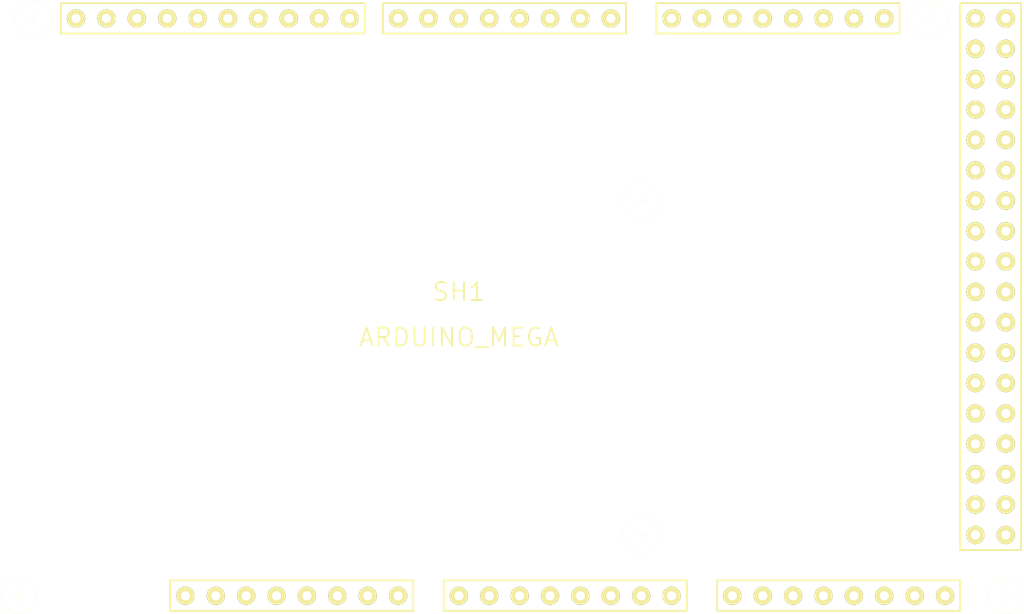
<source format=kicad_pcb>
(kicad_pcb (version 4) (host pcbnew 4.0.7-e2-6376~58~ubuntu16.04.1)

  (general
    (links 0)
    (no_connects 0)
    (area 116.380999 77.010999 202.389001 128.729001)
    (thickness 1.6)
    (drawings 0)
    (tracks 0)
    (zones 0)
    (modules 1)
    (nets 86)
  )

  (page A4)
  (layers
    (0 F.Cu signal)
    (31 B.Cu signal)
    (32 B.Adhes user)
    (33 F.Adhes user)
    (34 B.Paste user)
    (35 F.Paste user)
    (36 B.SilkS user)
    (37 F.SilkS user)
    (38 B.Mask user)
    (39 F.Mask user)
    (40 Dwgs.User user)
    (41 Cmts.User user)
    (42 Eco1.User user)
    (43 Eco2.User user)
    (44 Edge.Cuts user)
    (45 Margin user)
    (46 B.CrtYd user)
    (47 F.CrtYd user)
    (48 B.Fab user)
    (49 F.Fab user)
  )

  (setup
    (last_trace_width 0.25)
    (trace_clearance 0.2)
    (zone_clearance 0.508)
    (zone_45_only no)
    (trace_min 0.2)
    (segment_width 0.2)
    (edge_width 0.15)
    (via_size 0.6)
    (via_drill 0.4)
    (via_min_size 0.4)
    (via_min_drill 0.3)
    (uvia_size 0.3)
    (uvia_drill 0.1)
    (uvias_allowed no)
    (uvia_min_size 0.2)
    (uvia_min_drill 0.1)
    (pcb_text_width 0.3)
    (pcb_text_size 1.5 1.5)
    (mod_edge_width 0.15)
    (mod_text_size 1 1)
    (mod_text_width 0.15)
    (pad_size 1.524 1.524)
    (pad_drill 0.762)
    (pad_to_mask_clearance 0.2)
    (aux_axis_origin 0 0)
    (visible_elements FFFFFF7F)
    (pcbplotparams
      (layerselection 0x00030_80000001)
      (usegerberextensions false)
      (excludeedgelayer true)
      (linewidth 0.100000)
      (plotframeref false)
      (viasonmask false)
      (mode 1)
      (useauxorigin false)
      (hpglpennumber 1)
      (hpglpenspeed 20)
      (hpglpendiameter 15)
      (hpglpenoverlay 2)
      (psnegative false)
      (psa4output false)
      (plotreference true)
      (plotvalue true)
      (plotinvisibletext false)
      (padsonsilk false)
      (subtractmaskfromsilk false)
      (outputformat 1)
      (mirror false)
      (drillshape 1)
      (scaleselection 1)
      (outputdirectory ""))
  )

  (net 0 "")
  (net 1 "Net-(SH1-PadNC)")
  (net 2 "Net-(SH1-PadIREF)")
  (net 3 "Net-(SH1-PadRST)")
  (net 4 "Net-(SH1-Pad3V3)")
  (net 5 "Net-(SH1-Pad5V/1)")
  (net 6 "Net-(SH1-PadGND1)")
  (net 7 "Net-(SH1-PadGND2)")
  (net 8 "Net-(SH1-PadVIN)")
  (net 9 "Net-(SH1-PadA0)")
  (net 10 "Net-(SH1-PadA1)")
  (net 11 "Net-(SH1-PadA2)")
  (net 12 "Net-(SH1-PadA3)")
  (net 13 "Net-(SH1-PadA4)")
  (net 14 "Net-(SH1-PadA5)")
  (net 15 "Net-(SH1-PadA6)")
  (net 16 "Net-(SH1-PadA7)")
  (net 17 "Net-(SH1-PadA8)")
  (net 18 "Net-(SH1-PadA9)")
  (net 19 "Net-(SH1-PadA10)")
  (net 20 "Net-(SH1-PadA11)")
  (net 21 "Net-(SH1-PadA12)")
  (net 22 "Net-(SH1-PadA13)")
  (net 23 "Net-(SH1-PadA14)")
  (net 24 "Net-(SH1-PadA15)")
  (net 25 "Net-(SH1-PadGND4)")
  (net 26 "Net-(SH1-Pad50)")
  (net 27 "Net-(SH1-Pad51)")
  (net 28 "Net-(SH1-Pad52)")
  (net 29 "Net-(SH1-Pad53)")
  (net 30 "Net-(SH1-Pad22)")
  (net 31 "Net-(SH1-Pad23)")
  (net 32 "Net-(SH1-Pad24)")
  (net 33 "Net-(SH1-Pad25)")
  (net 34 "Net-(SH1-Pad26)")
  (net 35 "Net-(SH1-Pad27)")
  (net 36 "Net-(SH1-Pad28)")
  (net 37 "Net-(SH1-Pad29)")
  (net 38 "Net-(SH1-Pad30)")
  (net 39 "Net-(SH1-Pad31)")
  (net 40 "Net-(SH1-Pad32)")
  (net 41 "Net-(SH1-Pad33)")
  (net 42 "Net-(SH1-Pad34)")
  (net 43 "Net-(SH1-Pad35)")
  (net 44 "Net-(SH1-Pad36)")
  (net 45 "Net-(SH1-Pad37)")
  (net 46 "Net-(SH1-Pad38)")
  (net 47 "Net-(SH1-Pad39)")
  (net 48 "Net-(SH1-Pad40)")
  (net 49 "Net-(SH1-Pad41)")
  (net 50 "Net-(SH1-Pad42)")
  (net 51 "Net-(SH1-Pad43)")
  (net 52 "Net-(SH1-Pad44)")
  (net 53 "Net-(SH1-Pad45)")
  (net 54 "Net-(SH1-Pad46)")
  (net 55 "Net-(SH1-Pad47)")
  (net 56 "Net-(SH1-Pad48)")
  (net 57 "Net-(SH1-Pad49)")
  (net 58 "Net-(SH1-Pad5V/2)")
  (net 59 "Net-(SH1-Pad5V/3)")
  (net 60 "Net-(SH1-Pad21/1)")
  (net 61 "Net-(SH1-Pad14)")
  (net 62 "Net-(SH1-Pad15)")
  (net 63 "Net-(SH1-Pad16)")
  (net 64 "Net-(SH1-Pad17)")
  (net 65 "Net-(SH1-Pad18)")
  (net 66 "Net-(SH1-Pad19)")
  (net 67 "Net-(SH1-Pad20/1)")
  (net 68 "Net-(SH1-Pad0)")
  (net 69 "Net-(SH1-Pad1)")
  (net 70 "Net-(SH1-Pad2)")
  (net 71 "Net-(SH1-Pad3)")
  (net 72 "Net-(SH1-Pad4)")
  (net 73 "Net-(SH1-Pad5)")
  (net 74 "Net-(SH1-Pad6)")
  (net 75 "Net-(SH1-Pad7)")
  (net 76 "Net-(SH1-Pad8)")
  (net 77 "Net-(SH1-Pad9)")
  (net 78 "Net-(SH1-Pad10)")
  (net 79 "Net-(SH1-Pad11)")
  (net 80 "Net-(SH1-Pad12)")
  (net 81 "Net-(SH1-Pad13)")
  (net 82 "Net-(SH1-PadGND3)")
  (net 83 "Net-(SH1-PadAREF)")
  (net 84 "Net-(SH1-Pad20/2)")
  (net 85 "Net-(SH1-Pad21/2)")

  (net_class Default "Это класс цепей по умолчанию."
    (clearance 0.2)
    (trace_width 0.25)
    (via_dia 0.6)
    (via_drill 0.4)
    (uvia_dia 0.3)
    (uvia_drill 0.1)
    (add_net "Net-(SH1-Pad0)")
    (add_net "Net-(SH1-Pad1)")
    (add_net "Net-(SH1-Pad10)")
    (add_net "Net-(SH1-Pad11)")
    (add_net "Net-(SH1-Pad12)")
    (add_net "Net-(SH1-Pad13)")
    (add_net "Net-(SH1-Pad14)")
    (add_net "Net-(SH1-Pad15)")
    (add_net "Net-(SH1-Pad16)")
    (add_net "Net-(SH1-Pad17)")
    (add_net "Net-(SH1-Pad18)")
    (add_net "Net-(SH1-Pad19)")
    (add_net "Net-(SH1-Pad2)")
    (add_net "Net-(SH1-Pad20/1)")
    (add_net "Net-(SH1-Pad20/2)")
    (add_net "Net-(SH1-Pad21/1)")
    (add_net "Net-(SH1-Pad21/2)")
    (add_net "Net-(SH1-Pad22)")
    (add_net "Net-(SH1-Pad23)")
    (add_net "Net-(SH1-Pad24)")
    (add_net "Net-(SH1-Pad25)")
    (add_net "Net-(SH1-Pad26)")
    (add_net "Net-(SH1-Pad27)")
    (add_net "Net-(SH1-Pad28)")
    (add_net "Net-(SH1-Pad29)")
    (add_net "Net-(SH1-Pad3)")
    (add_net "Net-(SH1-Pad30)")
    (add_net "Net-(SH1-Pad31)")
    (add_net "Net-(SH1-Pad32)")
    (add_net "Net-(SH1-Pad33)")
    (add_net "Net-(SH1-Pad34)")
    (add_net "Net-(SH1-Pad35)")
    (add_net "Net-(SH1-Pad36)")
    (add_net "Net-(SH1-Pad37)")
    (add_net "Net-(SH1-Pad38)")
    (add_net "Net-(SH1-Pad39)")
    (add_net "Net-(SH1-Pad3V3)")
    (add_net "Net-(SH1-Pad4)")
    (add_net "Net-(SH1-Pad40)")
    (add_net "Net-(SH1-Pad41)")
    (add_net "Net-(SH1-Pad42)")
    (add_net "Net-(SH1-Pad43)")
    (add_net "Net-(SH1-Pad44)")
    (add_net "Net-(SH1-Pad45)")
    (add_net "Net-(SH1-Pad46)")
    (add_net "Net-(SH1-Pad47)")
    (add_net "Net-(SH1-Pad48)")
    (add_net "Net-(SH1-Pad49)")
    (add_net "Net-(SH1-Pad5)")
    (add_net "Net-(SH1-Pad50)")
    (add_net "Net-(SH1-Pad51)")
    (add_net "Net-(SH1-Pad52)")
    (add_net "Net-(SH1-Pad53)")
    (add_net "Net-(SH1-Pad5V/1)")
    (add_net "Net-(SH1-Pad5V/2)")
    (add_net "Net-(SH1-Pad5V/3)")
    (add_net "Net-(SH1-Pad6)")
    (add_net "Net-(SH1-Pad7)")
    (add_net "Net-(SH1-Pad8)")
    (add_net "Net-(SH1-Pad9)")
    (add_net "Net-(SH1-PadA0)")
    (add_net "Net-(SH1-PadA1)")
    (add_net "Net-(SH1-PadA10)")
    (add_net "Net-(SH1-PadA11)")
    (add_net "Net-(SH1-PadA12)")
    (add_net "Net-(SH1-PadA13)")
    (add_net "Net-(SH1-PadA14)")
    (add_net "Net-(SH1-PadA15)")
    (add_net "Net-(SH1-PadA2)")
    (add_net "Net-(SH1-PadA3)")
    (add_net "Net-(SH1-PadA4)")
    (add_net "Net-(SH1-PadA5)")
    (add_net "Net-(SH1-PadA6)")
    (add_net "Net-(SH1-PadA7)")
    (add_net "Net-(SH1-PadA8)")
    (add_net "Net-(SH1-PadA9)")
    (add_net "Net-(SH1-PadAREF)")
    (add_net "Net-(SH1-PadGND1)")
    (add_net "Net-(SH1-PadGND2)")
    (add_net "Net-(SH1-PadGND3)")
    (add_net "Net-(SH1-PadGND4)")
    (add_net "Net-(SH1-PadIREF)")
    (add_net "Net-(SH1-PadNC)")
    (add_net "Net-(SH1-PadRST)")
    (add_net "Net-(SH1-PadVIN)")
  )

  (module SHIELD_ARDUINO:ARDUINO_MEGA_2560_R3 (layer F.Cu) (tedit 547AEC22) (tstamp 5A64439F)
    (at 154.94 102.87)
    (path /5A644198)
    (fp_text reference SH1 (at 0 -1.27) (layer F.SilkS)
      (effects (font (size 1.5 1.5) (thickness 0.15)))
    )
    (fp_text value ARDUINO_MEGA (at 0 2.54) (layer F.SilkS)
      (effects (font (size 1.5 1.5) (thickness 0.15)))
    )
    (fp_circle (center -36.83 24.13) (end -35.306 24.13) (layer F.SilkS) (width 0.01))
    (fp_circle (center 15.24 19.05) (end 13.716 19.05) (layer F.SilkS) (width 0.01))
    (fp_circle (center 45.72 24.13) (end 44.196 24.13) (layer F.SilkS) (width 0.01))
    (fp_circle (center 39.37 -24.13) (end 37.846 -24.13) (layer F.SilkS) (width 0.01))
    (fp_circle (center 15.24 -8.89) (end 13.716 -8.89) (layer F.SilkS) (width 0.01))
    (fp_circle (center -35.56 -24.13) (end -34.036 -24.13) (layer F.SilkS) (width 0.01))
    (fp_line (start -7.874 -25.4) (end -7.874 -22.86) (layer F.SilkS) (width 0.15))
    (fp_line (start -7.874 -22.86) (end -33.274 -22.86) (layer F.SilkS) (width 0.15))
    (fp_line (start -33.274 -22.86) (end -33.274 -25.4) (layer F.SilkS) (width 0.15))
    (fp_line (start -33.274 -25.4) (end -7.874 -25.4) (layer F.SilkS) (width 0.15))
    (fp_line (start -36.195 -24.13) (end -34.925 -24.13) (layer F.SilkS) (width 0.01))
    (fp_line (start -35.56 -24.765) (end -35.56 -23.495) (layer F.SilkS) (width 0.01))
    (fp_line (start -37.465 24.13) (end -36.195 24.13) (layer F.SilkS) (width 0.01))
    (fp_line (start -36.83 23.495) (end -36.83 24.765) (layer F.SilkS) (width 0.01))
    (fp_line (start 45.085 24.13) (end 46.355 24.13) (layer F.SilkS) (width 0.01))
    (fp_line (start 45.72 23.495) (end 45.72 24.765) (layer F.SilkS) (width 0.01))
    (fp_line (start 14.605 19.05) (end 15.875 19.05) (layer F.SilkS) (width 0.01))
    (fp_line (start 15.24 18.415) (end 15.24 19.685) (layer F.SilkS) (width 0.01))
    (fp_line (start 14.605 -8.89) (end 15.875 -8.89) (layer F.SilkS) (width 0.01))
    (fp_line (start 15.24 -9.525) (end 15.24 -8.255) (layer F.SilkS) (width 0.01))
    (fp_line (start 38.735 -24.13) (end 40.005 -24.13) (layer F.SilkS) (width 0.01))
    (fp_line (start 39.37 -24.765) (end 39.37 -23.495) (layer F.SilkS) (width 0.01))
    (fp_line (start 13.97 -25.4) (end 13.97 -22.86) (layer F.SilkS) (width 0.15))
    (fp_line (start 13.97 -22.86) (end -6.35 -22.86) (layer F.SilkS) (width 0.15))
    (fp_line (start -6.35 -22.86) (end -6.35 -25.4) (layer F.SilkS) (width 0.15))
    (fp_line (start -6.35 -25.4) (end 13.97 -25.4) (layer F.SilkS) (width 0.15))
    (fp_line (start 36.83 -25.4) (end 36.83 -22.86) (layer F.SilkS) (width 0.15))
    (fp_line (start 36.83 -22.86) (end 16.51 -22.86) (layer F.SilkS) (width 0.15))
    (fp_line (start 16.51 -22.86) (end 16.51 -25.4) (layer F.SilkS) (width 0.15))
    (fp_line (start 16.51 -25.4) (end 36.83 -25.4) (layer F.SilkS) (width 0.15))
    (fp_line (start 41.91 20.32) (end 46.99 20.32) (layer F.SilkS) (width 0.15))
    (fp_line (start 46.99 20.32) (end 46.99 -25.4) (layer F.SilkS) (width 0.15))
    (fp_line (start 46.99 -25.4) (end 41.91 -25.4) (layer F.SilkS) (width 0.15))
    (fp_line (start 41.91 -25.4) (end 41.91 20.32) (layer F.SilkS) (width 0.15))
    (fp_line (start -3.81 22.86) (end -3.81 25.4) (layer F.SilkS) (width 0.15))
    (fp_line (start -3.81 25.4) (end -24.13 25.4) (layer F.SilkS) (width 0.15))
    (fp_line (start -24.13 25.4) (end -24.13 22.86) (layer F.SilkS) (width 0.15))
    (fp_line (start -24.13 22.86) (end -3.81 22.86) (layer F.SilkS) (width 0.15))
    (fp_line (start 19.05 25.4) (end 19.05 22.86) (layer F.SilkS) (width 0.15))
    (fp_line (start 19.05 22.86) (end -1.27 22.86) (layer F.SilkS) (width 0.15))
    (fp_line (start -1.27 22.86) (end -1.27 25.4) (layer F.SilkS) (width 0.15))
    (fp_line (start -1.27 25.4) (end 19.05 25.4) (layer F.SilkS) (width 0.15))
    (fp_line (start 21.59 22.86) (end 41.91 22.86) (layer F.SilkS) (width 0.15))
    (fp_line (start 41.91 22.86) (end 41.91 25.4) (layer F.SilkS) (width 0.15))
    (fp_line (start 41.91 25.4) (end 21.59 25.4) (layer F.SilkS) (width 0.15))
    (fp_line (start 21.59 25.4) (end 21.59 22.86) (layer F.SilkS) (width 0.15))
    (pad NC thru_hole circle (at -22.86 24.1427) (size 1.524 1.524) (drill 0.762) (layers *.Cu *.Mask F.SilkS)
      (net 1 "Net-(SH1-PadNC)"))
    (pad IREF thru_hole circle (at -20.32 24.1427) (size 1.524 1.524) (drill 0.762) (layers *.Cu *.Mask F.SilkS)
      (net 2 "Net-(SH1-PadIREF)"))
    (pad RST thru_hole circle (at -17.78 24.1427) (size 1.524 1.524) (drill 0.762) (layers *.Cu *.Mask F.SilkS)
      (net 3 "Net-(SH1-PadRST)"))
    (pad 3V3 thru_hole circle (at -15.24 24.1427) (size 1.524 1.524) (drill 0.762) (layers *.Cu *.Mask F.SilkS)
      (net 4 "Net-(SH1-Pad3V3)"))
    (pad 5V/1 thru_hole circle (at -12.7 24.1427) (size 1.524 1.524) (drill 0.762) (layers *.Cu *.Mask F.SilkS)
      (net 5 "Net-(SH1-Pad5V/1)"))
    (pad GND1 thru_hole circle (at -10.16 24.1427) (size 1.524 1.524) (drill 0.762) (layers *.Cu *.Mask F.SilkS)
      (net 6 "Net-(SH1-PadGND1)"))
    (pad GND2 thru_hole circle (at -7.62 24.1427) (size 1.524 1.524) (drill 0.762) (layers *.Cu *.Mask F.SilkS)
      (net 7 "Net-(SH1-PadGND2)"))
    (pad VIN thru_hole circle (at -5.08 24.1427) (size 1.524 1.524) (drill 0.762) (layers *.Cu *.Mask F.SilkS)
      (net 8 "Net-(SH1-PadVIN)"))
    (pad A0 thru_hole circle (at 0 24.1427) (size 1.524 1.524) (drill 0.762) (layers *.Cu *.Mask F.SilkS)
      (net 9 "Net-(SH1-PadA0)"))
    (pad A1 thru_hole circle (at 2.54 24.1427) (size 1.524 1.524) (drill 0.762) (layers *.Cu *.Mask F.SilkS)
      (net 10 "Net-(SH1-PadA1)"))
    (pad A2 thru_hole circle (at 5.08 24.1427) (size 1.524 1.524) (drill 0.762) (layers *.Cu *.Mask F.SilkS)
      (net 11 "Net-(SH1-PadA2)"))
    (pad A3 thru_hole circle (at 7.62 24.1427) (size 1.524 1.524) (drill 0.762) (layers *.Cu *.Mask F.SilkS)
      (net 12 "Net-(SH1-PadA3)"))
    (pad A4 thru_hole circle (at 10.16 24.1427) (size 1.524 1.524) (drill 0.762) (layers *.Cu *.Mask F.SilkS)
      (net 13 "Net-(SH1-PadA4)"))
    (pad A5 thru_hole circle (at 12.7 24.1427) (size 1.524 1.524) (drill 0.762) (layers *.Cu *.Mask F.SilkS)
      (net 14 "Net-(SH1-PadA5)"))
    (pad A6 thru_hole circle (at 15.24 24.1427) (size 1.524 1.524) (drill 0.762) (layers *.Cu *.Mask F.SilkS)
      (net 15 "Net-(SH1-PadA6)"))
    (pad A7 thru_hole circle (at 17.78 24.1427) (size 1.524 1.524) (drill 0.762) (layers *.Cu *.Mask F.SilkS)
      (net 16 "Net-(SH1-PadA7)"))
    (pad A8 thru_hole circle (at 22.86 24.1427) (size 1.524 1.524) (drill 0.762) (layers *.Cu *.Mask F.SilkS)
      (net 17 "Net-(SH1-PadA8)"))
    (pad A9 thru_hole circle (at 25.4 24.1427) (size 1.524 1.524) (drill 0.762) (layers *.Cu *.Mask F.SilkS)
      (net 18 "Net-(SH1-PadA9)"))
    (pad A10 thru_hole circle (at 27.94 24.1427) (size 1.524 1.524) (drill 0.762) (layers *.Cu *.Mask F.SilkS)
      (net 19 "Net-(SH1-PadA10)"))
    (pad A11 thru_hole circle (at 30.48 24.1427) (size 1.524 1.524) (drill 0.762) (layers *.Cu *.Mask F.SilkS)
      (net 20 "Net-(SH1-PadA11)"))
    (pad A12 thru_hole circle (at 33.02 24.1427) (size 1.524 1.524) (drill 0.762) (layers *.Cu *.Mask F.SilkS)
      (net 21 "Net-(SH1-PadA12)"))
    (pad A13 thru_hole circle (at 35.56 24.1427) (size 1.524 1.524) (drill 0.762) (layers *.Cu *.Mask F.SilkS)
      (net 22 "Net-(SH1-PadA13)"))
    (pad A14 thru_hole circle (at 38.1 24.1427) (size 1.524 1.524) (drill 0.762) (layers *.Cu *.Mask F.SilkS)
      (net 23 "Net-(SH1-PadA14)"))
    (pad A15 thru_hole circle (at 40.64 24.1427) (size 1.524 1.524) (drill 0.762) (layers *.Cu *.Mask F.SilkS)
      (net 24 "Net-(SH1-PadA15)"))
    (pad GND4 thru_hole circle (at 43.18 19.0627) (size 1.524 1.524) (drill 0.762) (layers *.Cu *.Mask F.SilkS)
      (net 25 "Net-(SH1-PadGND4)"))
    (pad GND5 thru_hole circle (at 45.72 19.0627) (size 1.524 1.524) (drill 0.762) (layers *.Cu *.Mask F.SilkS))
    (pad 50 thru_hole circle (at 43.18 13.9827) (size 1.524 1.524) (drill 0.762) (layers *.Cu *.Mask F.SilkS)
      (net 26 "Net-(SH1-Pad50)"))
    (pad 51 thru_hole circle (at 45.72 13.9827) (size 1.524 1.524) (drill 0.762) (layers *.Cu *.Mask F.SilkS)
      (net 27 "Net-(SH1-Pad51)"))
    (pad 52 thru_hole circle (at 43.18 16.5227) (size 1.524 1.524) (drill 0.762) (layers *.Cu *.Mask F.SilkS)
      (net 28 "Net-(SH1-Pad52)"))
    (pad 53 thru_hole circle (at 45.72 16.5227) (size 1.524 1.524) (drill 0.762) (layers *.Cu *.Mask F.SilkS)
      (net 29 "Net-(SH1-Pad53)"))
    (pad 22 thru_hole circle (at 43.18 -21.5773) (size 1.524 1.524) (drill 0.762) (layers *.Cu *.Mask F.SilkS)
      (net 30 "Net-(SH1-Pad22)"))
    (pad 23 thru_hole circle (at 45.72 -21.5773) (size 1.524 1.524) (drill 0.762) (layers *.Cu *.Mask F.SilkS)
      (net 31 "Net-(SH1-Pad23)"))
    (pad 24 thru_hole circle (at 43.18 -19.0373) (size 1.524 1.524) (drill 0.762) (layers *.Cu *.Mask F.SilkS)
      (net 32 "Net-(SH1-Pad24)"))
    (pad 25 thru_hole circle (at 45.72 -19.0373) (size 1.524 1.524) (drill 0.762) (layers *.Cu *.Mask F.SilkS)
      (net 33 "Net-(SH1-Pad25)"))
    (pad 26 thru_hole circle (at 43.18 -16.4973) (size 1.524 1.524) (drill 0.762) (layers *.Cu *.Mask F.SilkS)
      (net 34 "Net-(SH1-Pad26)"))
    (pad 27 thru_hole circle (at 45.72 -16.4973) (size 1.524 1.524) (drill 0.762) (layers *.Cu *.Mask F.SilkS)
      (net 35 "Net-(SH1-Pad27)"))
    (pad 28 thru_hole circle (at 43.18 -13.9573) (size 1.524 1.524) (drill 0.762) (layers *.Cu *.Mask F.SilkS)
      (net 36 "Net-(SH1-Pad28)"))
    (pad 29 thru_hole circle (at 45.72 -13.9573) (size 1.524 1.524) (drill 0.762) (layers *.Cu *.Mask F.SilkS)
      (net 37 "Net-(SH1-Pad29)"))
    (pad 30 thru_hole circle (at 43.18 -11.4173) (size 1.524 1.524) (drill 0.762) (layers *.Cu *.Mask F.SilkS)
      (net 38 "Net-(SH1-Pad30)"))
    (pad 31 thru_hole circle (at 45.72 -11.4173) (size 1.524 1.524) (drill 0.762) (layers *.Cu *.Mask F.SilkS)
      (net 39 "Net-(SH1-Pad31)"))
    (pad 32 thru_hole circle (at 43.18 -8.8773) (size 1.524 1.524) (drill 0.762) (layers *.Cu *.Mask F.SilkS)
      (net 40 "Net-(SH1-Pad32)"))
    (pad 33 thru_hole circle (at 45.72 -8.8773) (size 1.524 1.524) (drill 0.762) (layers *.Cu *.Mask F.SilkS)
      (net 41 "Net-(SH1-Pad33)"))
    (pad 34 thru_hole circle (at 43.18 -6.3373) (size 1.524 1.524) (drill 0.762) (layers *.Cu *.Mask F.SilkS)
      (net 42 "Net-(SH1-Pad34)"))
    (pad 35 thru_hole circle (at 45.72 -6.3373) (size 1.524 1.524) (drill 0.762) (layers *.Cu *.Mask F.SilkS)
      (net 43 "Net-(SH1-Pad35)"))
    (pad 36 thru_hole circle (at 43.18 -3.7973) (size 1.524 1.524) (drill 0.762) (layers *.Cu *.Mask F.SilkS)
      (net 44 "Net-(SH1-Pad36)"))
    (pad 37 thru_hole circle (at 45.72 -3.7973) (size 1.524 1.524) (drill 0.762) (layers *.Cu *.Mask F.SilkS)
      (net 45 "Net-(SH1-Pad37)"))
    (pad 38 thru_hole circle (at 43.18 -1.2573) (size 1.524 1.524) (drill 0.762) (layers *.Cu *.Mask F.SilkS)
      (net 46 "Net-(SH1-Pad38)"))
    (pad 39 thru_hole circle (at 45.72 -1.2573) (size 1.524 1.524) (drill 0.762) (layers *.Cu *.Mask F.SilkS)
      (net 47 "Net-(SH1-Pad39)"))
    (pad 40 thru_hole circle (at 43.18 1.2827) (size 1.524 1.524) (drill 0.762) (layers *.Cu *.Mask F.SilkS)
      (net 48 "Net-(SH1-Pad40)"))
    (pad 41 thru_hole circle (at 45.72 1.2827) (size 1.524 1.524) (drill 0.762) (layers *.Cu *.Mask F.SilkS)
      (net 49 "Net-(SH1-Pad41)"))
    (pad 42 thru_hole circle (at 43.18 3.8227) (size 1.524 1.524) (drill 0.762) (layers *.Cu *.Mask F.SilkS)
      (net 50 "Net-(SH1-Pad42)"))
    (pad 43 thru_hole circle (at 45.72 3.8227) (size 1.524 1.524) (drill 0.762) (layers *.Cu *.Mask F.SilkS)
      (net 51 "Net-(SH1-Pad43)"))
    (pad 44 thru_hole circle (at 43.18 6.3627) (size 1.524 1.524) (drill 0.762) (layers *.Cu *.Mask F.SilkS)
      (net 52 "Net-(SH1-Pad44)"))
    (pad 45 thru_hole circle (at 45.72 6.3627) (size 1.524 1.524) (drill 0.762) (layers *.Cu *.Mask F.SilkS)
      (net 53 "Net-(SH1-Pad45)"))
    (pad 46 thru_hole circle (at 43.18 8.9027) (size 1.524 1.524) (drill 0.762) (layers *.Cu *.Mask F.SilkS)
      (net 54 "Net-(SH1-Pad46)"))
    (pad 47 thru_hole circle (at 45.72 8.9027) (size 1.524 1.524) (drill 0.762) (layers *.Cu *.Mask F.SilkS)
      (net 55 "Net-(SH1-Pad47)"))
    (pad 48 thru_hole circle (at 43.18 11.4427) (size 1.524 1.524) (drill 0.762) (layers *.Cu *.Mask F.SilkS)
      (net 56 "Net-(SH1-Pad48)"))
    (pad 49 thru_hole circle (at 45.72 11.4427) (size 1.524 1.524) (drill 0.762) (layers *.Cu *.Mask F.SilkS)
      (net 57 "Net-(SH1-Pad49)"))
    (pad 5V/2 thru_hole circle (at 43.18 -24.1173) (size 1.524 1.524) (drill 0.762) (layers *.Cu *.Mask F.SilkS)
      (net 58 "Net-(SH1-Pad5V/2)"))
    (pad 5V/3 thru_hole circle (at 45.72 -24.1173) (size 1.524 1.524) (drill 0.762) (layers *.Cu *.Mask F.SilkS)
      (net 59 "Net-(SH1-Pad5V/3)"))
    (pad 21/1 thru_hole circle (at 35.56 -24.1173) (size 1.524 1.524) (drill 0.762) (layers *.Cu *.Mask F.SilkS)
      (net 60 "Net-(SH1-Pad21/1)"))
    (pad 14 thru_hole circle (at 17.78 -24.1173) (size 1.524 1.524) (drill 0.762) (layers *.Cu *.Mask F.SilkS)
      (net 61 "Net-(SH1-Pad14)"))
    (pad 15 thru_hole circle (at 20.32 -24.1173) (size 1.524 1.524) (drill 0.762) (layers *.Cu *.Mask F.SilkS)
      (net 62 "Net-(SH1-Pad15)"))
    (pad 16 thru_hole circle (at 22.86 -24.1173) (size 1.524 1.524) (drill 0.762) (layers *.Cu *.Mask F.SilkS)
      (net 63 "Net-(SH1-Pad16)"))
    (pad 17 thru_hole circle (at 25.4 -24.1173) (size 1.524 1.524) (drill 0.762) (layers *.Cu *.Mask F.SilkS)
      (net 64 "Net-(SH1-Pad17)"))
    (pad 18 thru_hole circle (at 27.94 -24.1173) (size 1.524 1.524) (drill 0.762) (layers *.Cu *.Mask F.SilkS)
      (net 65 "Net-(SH1-Pad18)"))
    (pad 19 thru_hole circle (at 30.48 -24.1173) (size 1.524 1.524) (drill 0.762) (layers *.Cu *.Mask F.SilkS)
      (net 66 "Net-(SH1-Pad19)"))
    (pad 20/1 thru_hole circle (at 33.02 -24.1173) (size 1.524 1.524) (drill 0.762) (layers *.Cu *.Mask F.SilkS)
      (net 67 "Net-(SH1-Pad20/1)"))
    (pad 0 thru_hole circle (at 12.7 -24.1173) (size 1.524 1.524) (drill 0.762) (layers *.Cu *.Mask F.SilkS)
      (net 68 "Net-(SH1-Pad0)"))
    (pad 1 thru_hole circle (at 10.16 -24.1173) (size 1.524 1.524) (drill 0.762) (layers *.Cu *.Mask F.SilkS)
      (net 69 "Net-(SH1-Pad1)"))
    (pad 2 thru_hole circle (at 7.62 -24.1173) (size 1.524 1.524) (drill 0.762) (layers *.Cu *.Mask F.SilkS)
      (net 70 "Net-(SH1-Pad2)"))
    (pad 3 thru_hole circle (at 5.08 -24.1173) (size 1.524 1.524) (drill 0.762) (layers *.Cu *.Mask F.SilkS)
      (net 71 "Net-(SH1-Pad3)"))
    (pad 4 thru_hole circle (at 2.54 -24.1173) (size 1.524 1.524) (drill 0.762) (layers *.Cu *.Mask F.SilkS)
      (net 72 "Net-(SH1-Pad4)"))
    (pad 5 thru_hole circle (at 0 -24.1173) (size 1.524 1.524) (drill 0.762) (layers *.Cu *.Mask F.SilkS)
      (net 73 "Net-(SH1-Pad5)"))
    (pad 6 thru_hole circle (at -2.54 -24.1173) (size 1.524 1.524) (drill 0.762) (layers *.Cu *.Mask F.SilkS)
      (net 74 "Net-(SH1-Pad6)"))
    (pad 7 thru_hole circle (at -5.08 -24.1173) (size 1.524 1.524) (drill 0.762) (layers *.Cu *.Mask F.SilkS)
      (net 75 "Net-(SH1-Pad7)"))
    (pad 8 thru_hole circle (at -9.144 -24.1173) (size 1.524 1.524) (drill 0.762) (layers *.Cu *.Mask F.SilkS)
      (net 76 "Net-(SH1-Pad8)"))
    (pad 9 thru_hole circle (at -11.684 -24.1173) (size 1.524 1.524) (drill 0.762) (layers *.Cu *.Mask F.SilkS)
      (net 77 "Net-(SH1-Pad9)"))
    (pad 10 thru_hole circle (at -14.224 -24.1173) (size 1.524 1.524) (drill 0.762) (layers *.Cu *.Mask F.SilkS)
      (net 78 "Net-(SH1-Pad10)"))
    (pad 11 thru_hole circle (at -16.764 -24.1173) (size 1.524 1.524) (drill 0.762) (layers *.Cu *.Mask F.SilkS)
      (net 79 "Net-(SH1-Pad11)"))
    (pad 12 thru_hole circle (at -19.304 -24.1173) (size 1.524 1.524) (drill 0.762) (layers *.Cu *.Mask F.SilkS)
      (net 80 "Net-(SH1-Pad12)"))
    (pad 13 thru_hole circle (at -21.844 -24.1173) (size 1.524 1.524) (drill 0.762) (layers *.Cu *.Mask F.SilkS)
      (net 81 "Net-(SH1-Pad13)"))
    (pad GND3 thru_hole circle (at -24.384 -24.1173) (size 1.524 1.524) (drill 0.762) (layers *.Cu *.Mask F.SilkS)
      (net 82 "Net-(SH1-PadGND3)"))
    (pad AREF thru_hole circle (at -26.924 -24.1173) (size 1.524 1.524) (drill 0.762) (layers *.Cu *.Mask F.SilkS)
      (net 83 "Net-(SH1-PadAREF)"))
    (pad 20/2 thru_hole circle (at -29.464 -24.1173) (size 1.524 1.524) (drill 0.762) (layers *.Cu *.Mask F.SilkS)
      (net 84 "Net-(SH1-Pad20/2)"))
    (pad 21/2 thru_hole circle (at -32.004 -24.1173) (size 1.524 1.524) (drill 0.762) (layers *.Cu *.Mask F.SilkS)
      (net 85 "Net-(SH1-Pad21/2)"))
    (model Bureau/Librairie_kicad_arduino/Library_3D_shield_arduino/Shield_Arduino/Arduino_Mega/arduino_MEGA_header_long+.wrl
      (at (xyz 0 0 0))
      (scale (xyz 1 1 1))
      (rotate (xyz 0 0 0))
    )
  )

)

</source>
